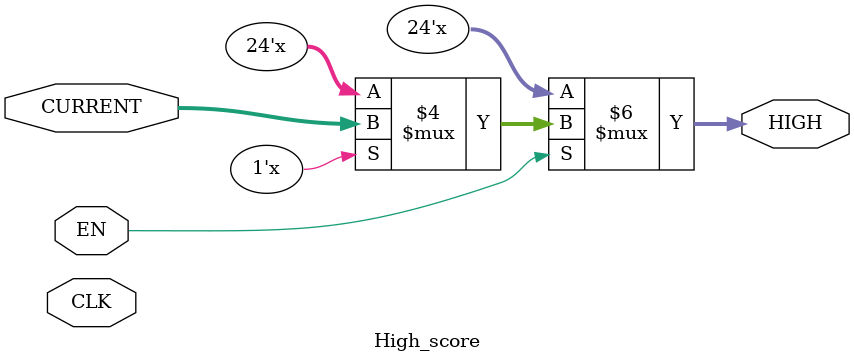
<source format=v>
module High_score (CLK,EN,CURRENT,HIGH);
input CLK,EN;
input [23:0] CURRENT;
output reg [23:0] HIGH;
initial
HIGH <= 24'b100110011001100110011001;
always @(EN)
begin
if (EN)
begin
if (HIGH > CURRENT)
HIGH <= CURRENT;
end
end
endmodule

</source>
